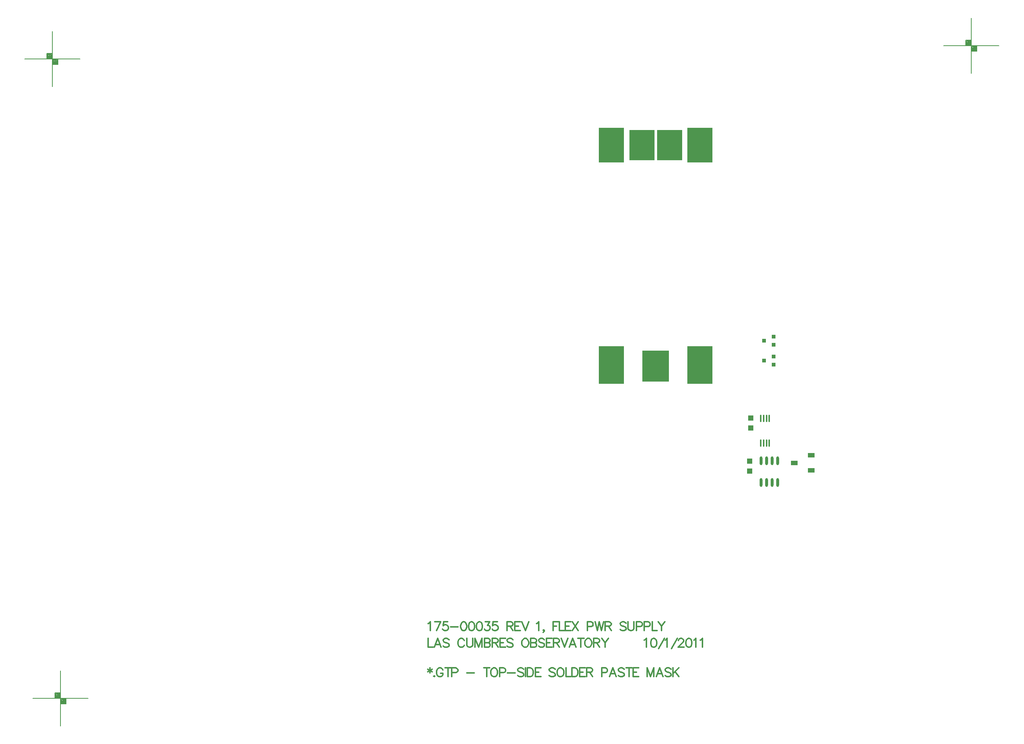
<source format=gtp>
%FSLAX23Y23*%
%MOIN*%
G70*
G01*
G75*
G04 Layer_Color=8421504*
%ADD10O,0.024X0.079*%
%ADD11R,0.036X0.036*%
%ADD12O,0.014X0.067*%
%ADD13R,0.059X0.039*%
%ADD14R,0.050X0.050*%
%ADD15C,0.010*%
%ADD16C,0.020*%
%ADD17C,0.012*%
%ADD18C,0.008*%
%ADD19C,0.012*%
%ADD20C,0.012*%
%ADD21C,0.032*%
%ADD22C,0.233*%
%ADD23C,0.220*%
%ADD24C,0.064*%
%ADD25C,0.020*%
%ADD26C,0.115*%
%ADD27R,0.115X0.115*%
%ADD28C,0.079*%
%ADD29C,0.080*%
%ADD30C,0.065*%
%ADD31C,0.059*%
%ADD32C,0.055*%
%ADD33R,0.120X0.120*%
%ADD34C,0.120*%
%ADD35R,0.120X0.120*%
%ADD36R,0.079X0.079*%
%ADD37C,0.050*%
%ADD38C,0.024*%
%ADD39C,0.030*%
%ADD40C,0.040*%
%ADD41C,0.072*%
%ADD42C,0.056*%
%ADD43C,0.206*%
%ADD44C,0.104*%
%ADD45C,0.118*%
G04:AMPARAMS|DCode=46|XSize=138mil|YSize=138mil|CornerRadius=0mil|HoleSize=0mil|Usage=FLASHONLY|Rotation=0.000|XOffset=0mil|YOffset=0mil|HoleType=Round|Shape=Relief|Width=10mil|Gap=10mil|Entries=4|*
%AMTHD46*
7,0,0,0.138,0.118,0.010,45*
%
%ADD46THD46*%
G04:AMPARAMS|DCode=47|XSize=107.244mil|YSize=107.244mil|CornerRadius=0mil|HoleSize=0mil|Usage=FLASHONLY|Rotation=0.000|XOffset=0mil|YOffset=0mil|HoleType=Round|Shape=Relief|Width=10mil|Gap=10mil|Entries=4|*
%AMTHD47*
7,0,0,0.107,0.087,0.010,45*
%
%ADD47THD47*%
G04:AMPARAMS|DCode=48|XSize=112mil|YSize=112mil|CornerRadius=0mil|HoleSize=0mil|Usage=FLASHONLY|Rotation=0.000|XOffset=0mil|YOffset=0mil|HoleType=Round|Shape=Relief|Width=10mil|Gap=10mil|Entries=4|*
%AMTHD48*
7,0,0,0.112,0.092,0.010,45*
%
%ADD48THD48*%
%ADD49C,0.092*%
%ADD50C,0.190*%
%ADD51C,0.073*%
%ADD52C,0.110*%
%ADD53C,0.087*%
G04:AMPARAMS|DCode=54|XSize=130mil|YSize=130mil|CornerRadius=0mil|HoleSize=0mil|Usage=FLASHONLY|Rotation=0.000|XOffset=0mil|YOffset=0mil|HoleType=Round|Shape=Relief|Width=10mil|Gap=10mil|Entries=4|*
%AMTHD54*
7,0,0,0.130,0.110,0.010,45*
%
%ADD54THD54*%
%ADD55C,0.150*%
%ADD56C,0.068*%
G04:AMPARAMS|DCode=57|XSize=88mil|YSize=88mil|CornerRadius=0mil|HoleSize=0mil|Usage=FLASHONLY|Rotation=0.000|XOffset=0mil|YOffset=0mil|HoleType=Round|Shape=Relief|Width=10mil|Gap=10mil|Entries=4|*
%AMTHD57*
7,0,0,0.088,0.068,0.010,45*
%
%ADD57THD57*%
%ADD58C,0.055*%
G04:AMPARAMS|DCode=59|XSize=100mil|YSize=100mil|CornerRadius=0mil|HoleSize=0mil|Usage=FLASHONLY|Rotation=0.000|XOffset=0mil|YOffset=0mil|HoleType=Round|Shape=Relief|Width=10mil|Gap=10mil|Entries=4|*
%AMTHD59*
7,0,0,0.100,0.080,0.010,45*
%
%ADD59THD59*%
G04:AMPARAMS|DCode=60|XSize=93.465mil|YSize=93.465mil|CornerRadius=0mil|HoleSize=0mil|Usage=FLASHONLY|Rotation=0.000|XOffset=0mil|YOffset=0mil|HoleType=Round|Shape=Relief|Width=10mil|Gap=10mil|Entries=4|*
%AMTHD60*
7,0,0,0.093,0.073,0.010,45*
%
%ADD60THD60*%
G04:AMPARAMS|DCode=61|XSize=70mil|YSize=70mil|CornerRadius=0mil|HoleSize=0mil|Usage=FLASHONLY|Rotation=0.000|XOffset=0mil|YOffset=0mil|HoleType=Round|Shape=Relief|Width=10mil|Gap=10mil|Entries=4|*
%AMTHD61*
7,0,0,0.070,0.050,0.010,45*
%
%ADD61THD61*%
G04:AMPARAMS|DCode=62|XSize=75mil|YSize=75mil|CornerRadius=0mil|HoleSize=0mil|Usage=FLASHONLY|Rotation=0.000|XOffset=0mil|YOffset=0mil|HoleType=Round|Shape=Relief|Width=10mil|Gap=10mil|Entries=4|*
%AMTHD62*
7,0,0,0.075,0.055,0.010,45*
%
%ADD62THD62*%
%ADD63R,0.037X0.075*%
%ADD64R,0.268X0.272*%
%ADD65R,0.094X0.102*%
%ADD66R,0.050X0.050*%
%ADD67R,0.094X0.130*%
%ADD68R,0.059X0.087*%
%ADD69R,0.055X0.130*%
%ADD70C,0.050*%
%ADD71C,0.025*%
%ADD72C,0.007*%
%ADD73C,0.010*%
%ADD74C,0.024*%
%ADD75C,0.010*%
%ADD76C,0.008*%
%ADD77C,0.006*%
%ADD78C,0.007*%
%ADD79R,0.190X0.123*%
%ADD80R,0.230X0.340*%
%ADD81R,0.240X0.280*%
%ADD82R,0.230X0.275*%
%ADD83R,0.230X0.315*%
D10*
X52083Y32322D02*
D03*
X52133D02*
D03*
X52183D02*
D03*
X52233D02*
D03*
X52083Y32519D02*
D03*
X52133D02*
D03*
X52183D02*
D03*
X52233D02*
D03*
D11*
X52195Y33389D02*
D03*
X52109Y33426D02*
D03*
X52195Y33463D02*
D03*
Y33569D02*
D03*
X52109Y33606D02*
D03*
X52195Y33643D02*
D03*
D12*
X52079Y32678D02*
D03*
X52105D02*
D03*
X52130D02*
D03*
X52156D02*
D03*
X52079Y32902D02*
D03*
X52105D02*
D03*
X52130D02*
D03*
X52156D02*
D03*
D13*
X52534Y32431D02*
D03*
X52381Y32500D02*
D03*
X52534Y32569D02*
D03*
D14*
X51988Y32905D02*
D03*
Y32815D02*
D03*
X51978Y32515D02*
D03*
Y32425D02*
D03*
D18*
X45497Y30370D02*
X45997D01*
X45747Y30120D02*
Y30620D01*
X45697Y30370D02*
Y30420D01*
X45747D01*
X45797Y30320D02*
Y30370D01*
X45747Y30320D02*
X45797D01*
X45752Y30365D02*
X45792D01*
Y30325D02*
Y30365D01*
X45752Y30325D02*
X45792D01*
X45752D02*
Y30365D01*
X45757Y30360D02*
X45787D01*
Y30330D02*
Y30360D01*
X45757Y30330D02*
X45787D01*
X45757D02*
Y30355D01*
X45762D02*
X45782D01*
Y30335D02*
Y30355D01*
X45762Y30335D02*
X45782D01*
X45762D02*
Y30350D01*
X45767D02*
X45777D01*
Y30340D02*
Y30350D01*
X45767Y30340D02*
X45777D01*
X45767D02*
Y30350D01*
Y30345D02*
X45777D01*
X45702Y30415D02*
X45742D01*
Y30375D02*
Y30415D01*
X45702Y30375D02*
X45742D01*
X45702D02*
Y30415D01*
X45707Y30410D02*
X45737D01*
Y30380D02*
Y30410D01*
X45707Y30380D02*
X45737D01*
X45707D02*
Y30405D01*
X45712D02*
X45732D01*
Y30385D02*
Y30405D01*
X45712Y30385D02*
X45732D01*
X45712D02*
Y30400D01*
X45717D02*
X45727D01*
Y30390D02*
Y30400D01*
X45717Y30390D02*
X45727D01*
X45717D02*
Y30400D01*
Y30395D02*
X45727D01*
X45426Y36157D02*
X45926D01*
X45676Y35907D02*
Y36407D01*
X45626Y36157D02*
Y36207D01*
X45676D01*
X45726Y36107D02*
Y36157D01*
X45676Y36107D02*
X45726D01*
X45681Y36152D02*
X45721D01*
Y36112D02*
Y36152D01*
X45681Y36112D02*
X45721D01*
X45681D02*
Y36152D01*
X45686Y36147D02*
X45716D01*
Y36117D02*
Y36147D01*
X45686Y36117D02*
X45716D01*
X45686D02*
Y36142D01*
X45691D02*
X45711D01*
Y36122D02*
Y36142D01*
X45691Y36122D02*
X45711D01*
X45691D02*
Y36137D01*
X45696D02*
X45706D01*
Y36127D02*
Y36137D01*
X45696Y36127D02*
X45706D01*
X45696D02*
Y36137D01*
Y36132D02*
X45706D01*
X45631Y36202D02*
X45671D01*
Y36162D02*
Y36202D01*
X45631Y36162D02*
X45671D01*
X45631D02*
Y36202D01*
X45636Y36197D02*
X45666D01*
Y36167D02*
Y36197D01*
X45636Y36167D02*
X45666D01*
X45636D02*
Y36192D01*
X45641D02*
X45661D01*
Y36172D02*
Y36192D01*
X45641Y36172D02*
X45661D01*
X45641D02*
Y36187D01*
X45646D02*
X45656D01*
Y36177D02*
Y36187D01*
X45646Y36177D02*
X45656D01*
X45646D02*
Y36187D01*
Y36182D02*
X45656D01*
X53733Y36275D02*
X54233D01*
X53983Y36025D02*
Y36525D01*
X53933Y36275D02*
Y36325D01*
X53983D01*
X54033Y36225D02*
Y36275D01*
X53983Y36225D02*
X54033D01*
X53988Y36270D02*
X54028D01*
Y36230D02*
Y36270D01*
X53988Y36230D02*
X54028D01*
X53988D02*
Y36270D01*
X53993Y36265D02*
X54023D01*
Y36235D02*
Y36265D01*
X53993Y36235D02*
X54023D01*
X53993D02*
Y36260D01*
X53998D02*
X54018D01*
Y36240D02*
Y36260D01*
X53998Y36240D02*
X54018D01*
X53998D02*
Y36255D01*
X54003D02*
X54013D01*
Y36245D02*
Y36255D01*
X54003Y36245D02*
X54013D01*
X54003D02*
Y36255D01*
Y36250D02*
X54013D01*
X53938Y36320D02*
X53978D01*
Y36280D02*
Y36320D01*
X53938Y36280D02*
X53978D01*
X53938D02*
Y36320D01*
X53943Y36315D02*
X53973D01*
Y36285D02*
Y36315D01*
X53943Y36285D02*
X53973D01*
X53943D02*
Y36310D01*
X53948D02*
X53968D01*
Y36290D02*
Y36310D01*
X53948Y36290D02*
X53968D01*
X53948D02*
Y36305D01*
X53953D02*
X53963D01*
Y36295D02*
Y36305D01*
X53953Y36295D02*
X53963D01*
X53953D02*
Y36305D01*
Y36300D02*
X53963D01*
D19*
X49088Y30644D02*
Y30598D01*
X49069Y30633D02*
X49107Y30610D01*
Y30633D02*
X49069Y30610D01*
X49127Y30572D02*
X49123Y30568D01*
X49127Y30564D01*
X49131Y30568D01*
X49127Y30572D01*
X49205Y30625D02*
X49201Y30633D01*
X49194Y30640D01*
X49186Y30644D01*
X49171D01*
X49163Y30640D01*
X49156Y30633D01*
X49152Y30625D01*
X49148Y30614D01*
Y30594D01*
X49152Y30583D01*
X49156Y30575D01*
X49163Y30568D01*
X49171Y30564D01*
X49186D01*
X49194Y30568D01*
X49201Y30575D01*
X49205Y30583D01*
Y30594D01*
X49186D02*
X49205D01*
X49250Y30644D02*
Y30564D01*
X49224Y30644D02*
X49277D01*
X49286Y30602D02*
X49321D01*
X49332Y30606D01*
X49336Y30610D01*
X49340Y30617D01*
Y30629D01*
X49336Y30636D01*
X49332Y30640D01*
X49321Y30644D01*
X49286D01*
Y30564D01*
X49420Y30598D02*
X49489D01*
X49602Y30644D02*
Y30564D01*
X49575Y30644D02*
X49629D01*
X49661D02*
X49654Y30640D01*
X49646Y30633D01*
X49642Y30625D01*
X49638Y30614D01*
Y30594D01*
X49642Y30583D01*
X49646Y30575D01*
X49654Y30568D01*
X49661Y30564D01*
X49676D01*
X49684Y30568D01*
X49692Y30575D01*
X49695Y30583D01*
X49699Y30594D01*
Y30614D01*
X49695Y30625D01*
X49692Y30633D01*
X49684Y30640D01*
X49676Y30644D01*
X49661D01*
X49718Y30602D02*
X49752D01*
X49764Y30606D01*
X49767Y30610D01*
X49771Y30617D01*
Y30629D01*
X49767Y30636D01*
X49764Y30640D01*
X49752Y30644D01*
X49718D01*
Y30564D01*
X49789Y30598D02*
X49858D01*
X49935Y30633D02*
X49927Y30640D01*
X49916Y30644D01*
X49900D01*
X49889Y30640D01*
X49881Y30633D01*
Y30625D01*
X49885Y30617D01*
X49889Y30614D01*
X49897Y30610D01*
X49919Y30602D01*
X49927Y30598D01*
X49931Y30594D01*
X49935Y30587D01*
Y30575D01*
X49927Y30568D01*
X49916Y30564D01*
X49900D01*
X49889Y30568D01*
X49881Y30575D01*
X49953Y30644D02*
Y30564D01*
X49969Y30644D02*
Y30564D01*
Y30644D02*
X49996D01*
X50007Y30640D01*
X50015Y30633D01*
X50019Y30625D01*
X50023Y30614D01*
Y30594D01*
X50019Y30583D01*
X50015Y30575D01*
X50007Y30568D01*
X49996Y30564D01*
X49969D01*
X50090Y30644D02*
X50041D01*
Y30564D01*
X50090D01*
X50041Y30606D02*
X50071D01*
X50220Y30633D02*
X50212Y30640D01*
X50200Y30644D01*
X50185D01*
X50174Y30640D01*
X50166Y30633D01*
Y30625D01*
X50170Y30617D01*
X50174Y30614D01*
X50181Y30610D01*
X50204Y30602D01*
X50212Y30598D01*
X50216Y30594D01*
X50220Y30587D01*
Y30575D01*
X50212Y30568D01*
X50200Y30564D01*
X50185D01*
X50174Y30568D01*
X50166Y30575D01*
X50260Y30644D02*
X50253Y30640D01*
X50245Y30633D01*
X50241Y30625D01*
X50237Y30614D01*
Y30594D01*
X50241Y30583D01*
X50245Y30575D01*
X50253Y30568D01*
X50260Y30564D01*
X50276D01*
X50283Y30568D01*
X50291Y30575D01*
X50295Y30583D01*
X50298Y30594D01*
Y30614D01*
X50295Y30625D01*
X50291Y30633D01*
X50283Y30640D01*
X50276Y30644D01*
X50260D01*
X50317D02*
Y30564D01*
X50363D01*
X50372Y30644D02*
Y30564D01*
Y30644D02*
X50398D01*
X50410Y30640D01*
X50417Y30633D01*
X50421Y30625D01*
X50425Y30614D01*
Y30594D01*
X50421Y30583D01*
X50417Y30575D01*
X50410Y30568D01*
X50398Y30564D01*
X50372D01*
X50492Y30644D02*
X50443D01*
Y30564D01*
X50492D01*
X50443Y30606D02*
X50473D01*
X50506Y30644D02*
Y30564D01*
Y30644D02*
X50540D01*
X50551Y30640D01*
X50555Y30636D01*
X50559Y30629D01*
Y30621D01*
X50555Y30614D01*
X50551Y30610D01*
X50540Y30606D01*
X50506D01*
X50532D02*
X50559Y30564D01*
X50640Y30602D02*
X50674D01*
X50685Y30606D01*
X50689Y30610D01*
X50693Y30617D01*
Y30629D01*
X50689Y30636D01*
X50685Y30640D01*
X50674Y30644D01*
X50640D01*
Y30564D01*
X50772D02*
X50741Y30644D01*
X50711Y30564D01*
X50722Y30591D02*
X50760D01*
X50844Y30633D02*
X50836Y30640D01*
X50825Y30644D01*
X50810D01*
X50798Y30640D01*
X50790Y30633D01*
Y30625D01*
X50794Y30617D01*
X50798Y30614D01*
X50806Y30610D01*
X50829Y30602D01*
X50836Y30598D01*
X50840Y30594D01*
X50844Y30587D01*
Y30575D01*
X50836Y30568D01*
X50825Y30564D01*
X50810D01*
X50798Y30568D01*
X50790Y30575D01*
X50888Y30644D02*
Y30564D01*
X50862Y30644D02*
X50915D01*
X50974D02*
X50925D01*
Y30564D01*
X50974D01*
X50925Y30606D02*
X50955D01*
X51050Y30644D02*
Y30564D01*
Y30644D02*
X51081Y30564D01*
X51111Y30644D02*
X51081Y30564D01*
X51111Y30644D02*
Y30564D01*
X51195D02*
X51164Y30644D01*
X51134Y30564D01*
X51145Y30591D02*
X51184D01*
X51267Y30633D02*
X51259Y30640D01*
X51248Y30644D01*
X51233D01*
X51221Y30640D01*
X51214Y30633D01*
Y30625D01*
X51217Y30617D01*
X51221Y30614D01*
X51229Y30610D01*
X51252Y30602D01*
X51259Y30598D01*
X51263Y30594D01*
X51267Y30587D01*
Y30575D01*
X51259Y30568D01*
X51248Y30564D01*
X51233D01*
X51221Y30568D01*
X51214Y30575D01*
X51285Y30644D02*
Y30564D01*
X51338Y30644D02*
X51285Y30591D01*
X51304Y30610D02*
X51338Y30564D01*
X49073Y31045D02*
X49081Y31049D01*
X49092Y31061D01*
Y30981D01*
X49185Y31061D02*
X49147Y30981D01*
X49132Y31061D02*
X49185D01*
X49249D02*
X49211D01*
X49207Y31026D01*
X49211Y31030D01*
X49222Y31034D01*
X49233D01*
X49245Y31030D01*
X49252Y31022D01*
X49256Y31011D01*
Y31003D01*
X49252Y30992D01*
X49245Y30984D01*
X49233Y30981D01*
X49222D01*
X49211Y30984D01*
X49207Y30988D01*
X49203Y30996D01*
X49274Y31015D02*
X49343D01*
X49389Y31061D02*
X49378Y31057D01*
X49370Y31045D01*
X49366Y31026D01*
Y31015D01*
X49370Y30996D01*
X49378Y30984D01*
X49389Y30981D01*
X49397D01*
X49408Y30984D01*
X49416Y30996D01*
X49420Y31015D01*
Y31026D01*
X49416Y31045D01*
X49408Y31057D01*
X49397Y31061D01*
X49389D01*
X49460D02*
X49449Y31057D01*
X49441Y31045D01*
X49438Y31026D01*
Y31015D01*
X49441Y30996D01*
X49449Y30984D01*
X49460Y30981D01*
X49468D01*
X49479Y30984D01*
X49487Y30996D01*
X49491Y31015D01*
Y31026D01*
X49487Y31045D01*
X49479Y31057D01*
X49468Y31061D01*
X49460D01*
X49532D02*
X49520Y31057D01*
X49513Y31045D01*
X49509Y31026D01*
Y31015D01*
X49513Y30996D01*
X49520Y30984D01*
X49532Y30981D01*
X49539D01*
X49551Y30984D01*
X49558Y30996D01*
X49562Y31015D01*
Y31026D01*
X49558Y31045D01*
X49551Y31057D01*
X49539Y31061D01*
X49532D01*
X49588D02*
X49629D01*
X49607Y31030D01*
X49618D01*
X49626Y31026D01*
X49629Y31022D01*
X49633Y31011D01*
Y31003D01*
X49629Y30992D01*
X49622Y30984D01*
X49610Y30981D01*
X49599D01*
X49588Y30984D01*
X49584Y30988D01*
X49580Y30996D01*
X49697Y31061D02*
X49659D01*
X49655Y31026D01*
X49659Y31030D01*
X49670Y31034D01*
X49682D01*
X49693Y31030D01*
X49701Y31022D01*
X49705Y31011D01*
Y31003D01*
X49701Y30992D01*
X49693Y30984D01*
X49682Y30981D01*
X49670D01*
X49659Y30984D01*
X49655Y30988D01*
X49651Y30996D01*
X49785Y31061D02*
Y30981D01*
Y31061D02*
X49820D01*
X49831Y31057D01*
X49835Y31053D01*
X49839Y31045D01*
Y31038D01*
X49835Y31030D01*
X49831Y31026D01*
X49820Y31022D01*
X49785D01*
X49812D02*
X49839Y30981D01*
X49906Y31061D02*
X49856D01*
Y30981D01*
X49906D01*
X49856Y31022D02*
X49887D01*
X49919Y31061D02*
X49950Y30981D01*
X49980Y31061D02*
X49950Y30981D01*
X50053Y31045D02*
X50061Y31049D01*
X50072Y31061D01*
Y30981D01*
X50120Y30984D02*
X50116Y30981D01*
X50112Y30984D01*
X50116Y30988D01*
X50120Y30984D01*
Y30977D01*
X50116Y30969D01*
X50112Y30965D01*
X50200Y31061D02*
Y30981D01*
Y31061D02*
X50250D01*
X50200Y31022D02*
X50230D01*
X50259Y31061D02*
Y30981D01*
X50304D01*
X50363Y31061D02*
X50313D01*
Y30981D01*
X50363D01*
X50313Y31022D02*
X50344D01*
X50376Y31061D02*
X50429Y30981D01*
Y31061D02*
X50376Y30981D01*
X50510Y31019D02*
X50544D01*
X50556Y31022D01*
X50560Y31026D01*
X50563Y31034D01*
Y31045D01*
X50560Y31053D01*
X50556Y31057D01*
X50544Y31061D01*
X50510D01*
Y30981D01*
X50581Y31061D02*
X50600Y30981D01*
X50619Y31061D02*
X50600Y30981D01*
X50619Y31061D02*
X50638Y30981D01*
X50657Y31061D02*
X50638Y30981D01*
X50673Y31061D02*
Y30981D01*
Y31061D02*
X50708D01*
X50719Y31057D01*
X50723Y31053D01*
X50727Y31045D01*
Y31038D01*
X50723Y31030D01*
X50719Y31026D01*
X50708Y31022D01*
X50673D01*
X50700D02*
X50727Y30981D01*
X50861Y31049D02*
X50853Y31057D01*
X50842Y31061D01*
X50827D01*
X50815Y31057D01*
X50808Y31049D01*
Y31042D01*
X50811Y31034D01*
X50815Y31030D01*
X50823Y31026D01*
X50846Y31019D01*
X50853Y31015D01*
X50857Y31011D01*
X50861Y31003D01*
Y30992D01*
X50853Y30984D01*
X50842Y30981D01*
X50827D01*
X50815Y30984D01*
X50808Y30992D01*
X50879Y31061D02*
Y31003D01*
X50883Y30992D01*
X50890Y30984D01*
X50902Y30981D01*
X50909D01*
X50921Y30984D01*
X50928Y30992D01*
X50932Y31003D01*
Y31061D01*
X50954Y31019D02*
X50988D01*
X51000Y31022D01*
X51004Y31026D01*
X51007Y31034D01*
Y31045D01*
X51004Y31053D01*
X51000Y31057D01*
X50988Y31061D01*
X50954D01*
Y30981D01*
X51025Y31019D02*
X51060D01*
X51071Y31022D01*
X51075Y31026D01*
X51079Y31034D01*
Y31045D01*
X51075Y31053D01*
X51071Y31057D01*
X51060Y31061D01*
X51025D01*
Y30981D01*
X51097Y31061D02*
Y30981D01*
X51142D01*
X51151Y31061D02*
X51182Y31022D01*
Y30981D01*
X51212Y31061D02*
X51182Y31022D01*
D20*
X49073Y30911D02*
Y30831D01*
X49119D01*
X49188D02*
X49158Y30911D01*
X49127Y30831D01*
X49139Y30857D02*
X49177D01*
X49260Y30899D02*
X49253Y30907D01*
X49241Y30911D01*
X49226D01*
X49215Y30907D01*
X49207Y30899D01*
Y30892D01*
X49211Y30884D01*
X49215Y30880D01*
X49222Y30876D01*
X49245Y30869D01*
X49253Y30865D01*
X49257Y30861D01*
X49260Y30853D01*
Y30842D01*
X49253Y30834D01*
X49241Y30831D01*
X49226D01*
X49215Y30834D01*
X49207Y30842D01*
X49398Y30892D02*
X49394Y30899D01*
X49387Y30907D01*
X49379Y30911D01*
X49364D01*
X49356Y30907D01*
X49349Y30899D01*
X49345Y30892D01*
X49341Y30880D01*
Y30861D01*
X49345Y30850D01*
X49349Y30842D01*
X49356Y30834D01*
X49364Y30831D01*
X49379D01*
X49387Y30834D01*
X49394Y30842D01*
X49398Y30850D01*
X49421Y30911D02*
Y30853D01*
X49425Y30842D01*
X49432Y30834D01*
X49444Y30831D01*
X49451D01*
X49463Y30834D01*
X49470Y30842D01*
X49474Y30853D01*
Y30911D01*
X49496D02*
Y30831D01*
Y30911D02*
X49527Y30831D01*
X49557Y30911D02*
X49527Y30831D01*
X49557Y30911D02*
Y30831D01*
X49580Y30911D02*
Y30831D01*
Y30911D02*
X49614D01*
X49626Y30907D01*
X49629Y30903D01*
X49633Y30895D01*
Y30888D01*
X49629Y30880D01*
X49626Y30876D01*
X49614Y30872D01*
X49580D02*
X49614D01*
X49626Y30869D01*
X49629Y30865D01*
X49633Y30857D01*
Y30846D01*
X49629Y30838D01*
X49626Y30834D01*
X49614Y30831D01*
X49580D01*
X49651Y30911D02*
Y30831D01*
Y30911D02*
X49685D01*
X49697Y30907D01*
X49701Y30903D01*
X49705Y30895D01*
Y30888D01*
X49701Y30880D01*
X49697Y30876D01*
X49685Y30872D01*
X49651D01*
X49678D02*
X49705Y30831D01*
X49772Y30911D02*
X49722D01*
Y30831D01*
X49772D01*
X49722Y30872D02*
X49753D01*
X49839Y30899D02*
X49831Y30907D01*
X49820Y30911D01*
X49804D01*
X49793Y30907D01*
X49785Y30899D01*
Y30892D01*
X49789Y30884D01*
X49793Y30880D01*
X49800Y30876D01*
X49823Y30869D01*
X49831Y30865D01*
X49835Y30861D01*
X49839Y30853D01*
Y30842D01*
X49831Y30834D01*
X49820Y30831D01*
X49804D01*
X49793Y30834D01*
X49785Y30842D01*
X49942Y30911D02*
X49935Y30907D01*
X49927Y30899D01*
X49923Y30892D01*
X49919Y30880D01*
Y30861D01*
X49923Y30850D01*
X49927Y30842D01*
X49935Y30834D01*
X49942Y30831D01*
X49957D01*
X49965Y30834D01*
X49973Y30842D01*
X49976Y30850D01*
X49980Y30861D01*
Y30880D01*
X49976Y30892D01*
X49973Y30899D01*
X49965Y30907D01*
X49957Y30911D01*
X49942D01*
X49999D02*
Y30831D01*
Y30911D02*
X50033D01*
X50045Y30907D01*
X50048Y30903D01*
X50052Y30895D01*
Y30888D01*
X50048Y30880D01*
X50045Y30876D01*
X50033Y30872D01*
X49999D02*
X50033D01*
X50045Y30869D01*
X50048Y30865D01*
X50052Y30857D01*
Y30846D01*
X50048Y30838D01*
X50045Y30834D01*
X50033Y30831D01*
X49999D01*
X50123Y30899D02*
X50116Y30907D01*
X50104Y30911D01*
X50089D01*
X50078Y30907D01*
X50070Y30899D01*
Y30892D01*
X50074Y30884D01*
X50078Y30880D01*
X50085Y30876D01*
X50108Y30869D01*
X50116Y30865D01*
X50120Y30861D01*
X50123Y30853D01*
Y30842D01*
X50116Y30834D01*
X50104Y30831D01*
X50089D01*
X50078Y30834D01*
X50070Y30842D01*
X50191Y30911D02*
X50141D01*
Y30831D01*
X50191D01*
X50141Y30872D02*
X50172D01*
X50204Y30911D02*
Y30831D01*
Y30911D02*
X50238D01*
X50250Y30907D01*
X50254Y30903D01*
X50258Y30895D01*
Y30888D01*
X50254Y30880D01*
X50250Y30876D01*
X50238Y30872D01*
X50204D01*
X50231D02*
X50258Y30831D01*
X50275Y30911D02*
X50306Y30831D01*
X50336Y30911D02*
X50306Y30831D01*
X50408D02*
X50377Y30911D01*
X50347Y30831D01*
X50358Y30857D02*
X50396D01*
X50453Y30911D02*
Y30831D01*
X50426Y30911D02*
X50480D01*
X50512D02*
X50504Y30907D01*
X50497Y30899D01*
X50493Y30892D01*
X50489Y30880D01*
Y30861D01*
X50493Y30850D01*
X50497Y30842D01*
X50504Y30834D01*
X50512Y30831D01*
X50527D01*
X50535Y30834D01*
X50542Y30842D01*
X50546Y30850D01*
X50550Y30861D01*
Y30880D01*
X50546Y30892D01*
X50542Y30899D01*
X50535Y30907D01*
X50527Y30911D01*
X50512D01*
X50569D02*
Y30831D01*
Y30911D02*
X50603D01*
X50614Y30907D01*
X50618Y30903D01*
X50622Y30895D01*
Y30888D01*
X50618Y30880D01*
X50614Y30876D01*
X50603Y30872D01*
X50569D01*
X50595D02*
X50622Y30831D01*
X50640Y30911D02*
X50670Y30872D01*
Y30831D01*
X50701Y30911D02*
X50670Y30872D01*
X51025Y30895D02*
X51033Y30899D01*
X51044Y30911D01*
Y30831D01*
X51107Y30911D02*
X51095Y30907D01*
X51088Y30895D01*
X51084Y30876D01*
Y30865D01*
X51088Y30846D01*
X51095Y30834D01*
X51107Y30831D01*
X51114D01*
X51126Y30834D01*
X51134Y30846D01*
X51137Y30865D01*
Y30876D01*
X51134Y30895D01*
X51126Y30907D01*
X51114Y30911D01*
X51107D01*
X51155Y30819D02*
X51209Y30911D01*
X51214Y30895D02*
X51222Y30899D01*
X51233Y30911D01*
Y30831D01*
X51273Y30819D02*
X51326Y30911D01*
X51335Y30892D02*
Y30895D01*
X51339Y30903D01*
X51343Y30907D01*
X51350Y30911D01*
X51365D01*
X51373Y30907D01*
X51377Y30903D01*
X51381Y30895D01*
Y30888D01*
X51377Y30880D01*
X51369Y30869D01*
X51331Y30831D01*
X51385D01*
X51425Y30911D02*
X51414Y30907D01*
X51406Y30895D01*
X51402Y30876D01*
Y30865D01*
X51406Y30846D01*
X51414Y30834D01*
X51425Y30831D01*
X51433D01*
X51444Y30834D01*
X51452Y30846D01*
X51456Y30865D01*
Y30876D01*
X51452Y30895D01*
X51444Y30907D01*
X51433Y30911D01*
X51425D01*
X51474Y30895D02*
X51481Y30899D01*
X51493Y30911D01*
Y30831D01*
X51532Y30895D02*
X51540Y30899D01*
X51551Y30911D01*
Y30831D01*
D80*
X51529Y33386D02*
D03*
X50729D02*
D03*
D81*
X51129Y33376D02*
D03*
D82*
X51254Y35374D02*
D03*
X51004D02*
D03*
D83*
X51529D02*
D03*
X50729D02*
D03*
M02*

</source>
